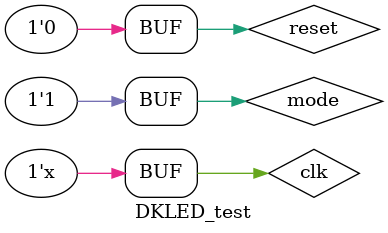
<source format=v>
`timescale 1ns / 1ps


module DKLED_test;

	// Inputs
	reg clk;
	reg reset;
	reg mode;

	// Outputs
	wire [7:0] out;

	// Instantiate the Unit Under Test (UUT)
	dkledsangtatdan uut (
		.clk(clk), 
		.reset(reset), 
		.mode(mode), 
		.out(out)
	);

	
always
begin
#10;clk=~clk;
end
	initial begin
		// Initialize Inputs
		clk = 0;
		mode = 0;
		reset = 0;
		#10;
		reset = 1;
		#30;
		reset = 0;
		// Wait 100 ns for global reset to finish
		#400;
		mode = 1;
		#400;
		
        
		// Add stimulus here

	end
      
      
endmodule


</source>
